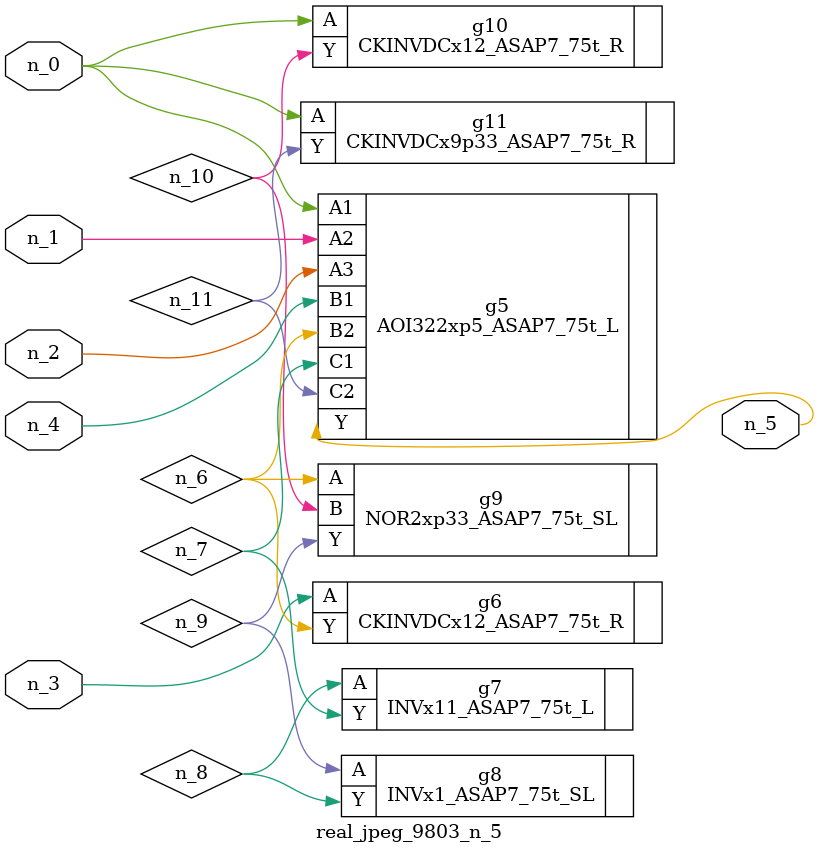
<source format=v>
module real_jpeg_9803_n_5 (n_4, n_0, n_1, n_2, n_3, n_5);

input n_4;
input n_0;
input n_1;
input n_2;
input n_3;

output n_5;

wire n_8;
wire n_11;
wire n_6;
wire n_7;
wire n_10;
wire n_9;

AOI322xp5_ASAP7_75t_L g5 ( 
.A1(n_0),
.A2(n_1),
.A3(n_2),
.B1(n_4),
.B2(n_6),
.C1(n_7),
.C2(n_11),
.Y(n_5)
);

CKINVDCx12_ASAP7_75t_R g10 ( 
.A(n_0),
.Y(n_10)
);

CKINVDCx9p33_ASAP7_75t_R g11 ( 
.A(n_0),
.Y(n_11)
);

CKINVDCx12_ASAP7_75t_R g6 ( 
.A(n_3),
.Y(n_6)
);

NOR2xp33_ASAP7_75t_SL g9 ( 
.A(n_6),
.B(n_10),
.Y(n_9)
);

INVx11_ASAP7_75t_L g7 ( 
.A(n_8),
.Y(n_7)
);

INVx1_ASAP7_75t_SL g8 ( 
.A(n_9),
.Y(n_8)
);


endmodule
</source>
